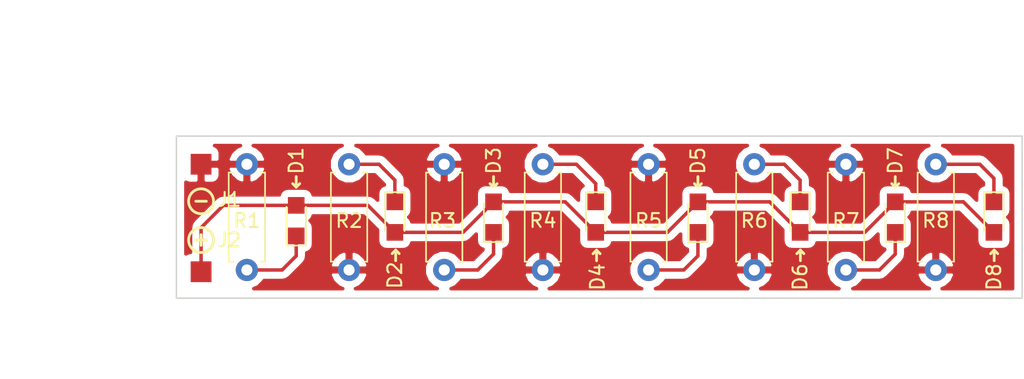
<source format=kicad_pcb>
(kicad_pcb (version 20170123) (host pcbnew no-vcs-found-9c2ebf3~58~ubuntu16.04.1)

  (general
    (links 24)
    (no_connects 7)
    (area 136.272 73.5 210.362001 102.313001)
    (thickness 1.6)
    (drawings 36)
    (tracks 41)
    (zones 0)
    (modules 18)
    (nets 11)
  )

  (page A4)
  (layers
    (0 F.Cu signal)
    (31 B.Cu signal)
    (32 B.Adhes user)
    (33 F.Adhes user)
    (34 B.Paste user)
    (35 F.Paste user)
    (36 B.SilkS user)
    (37 F.SilkS user)
    (38 B.Mask user)
    (39 F.Mask user)
    (40 Dwgs.User user)
    (41 Cmts.User user)
    (42 Eco1.User user)
    (43 Eco2.User user)
    (44 Edge.Cuts user)
    (45 Margin user)
    (46 B.CrtYd user)
    (47 F.CrtYd user)
    (48 B.Fab user)
    (49 F.Fab user)
  )

  (setup
    (last_trace_width 0.25)
    (trace_clearance 0.2)
    (zone_clearance 0.508)
    (zone_45_only no)
    (trace_min 0.2)
    (segment_width 0.2)
    (edge_width 0.1)
    (via_size 0.6)
    (via_drill 0.4)
    (via_min_size 0.4)
    (via_min_drill 0.3)
    (uvia_size 0.3)
    (uvia_drill 0.1)
    (uvias_allowed no)
    (uvia_min_size 0.2)
    (uvia_min_drill 0.1)
    (pcb_text_width 0.3)
    (pcb_text_size 1.5 1.5)
    (mod_edge_width 0.15)
    (mod_text_size 1 1)
    (mod_text_width 0.15)
    (pad_size 1.5 1.5)
    (pad_drill 0.6)
    (pad_to_mask_clearance 0.02)
    (aux_axis_origin 173.228 68.58)
    (visible_elements FFFDFF7F)
    (pcbplotparams
      (layerselection 0x00020_7fffffff)
      (usegerberextensions false)
      (excludeedgelayer true)
      (linewidth 0.100000)
      (plotframeref false)
      (viasonmask false)
      (mode 1)
      (useauxorigin false)
      (hpglpennumber 1)
      (hpglpenspeed 20)
      (hpglpendiameter 15)
      (psnegative false)
      (psa4output false)
      (plotreference true)
      (plotvalue true)
      (plotinvisibletext false)
      (padsonsilk false)
      (subtractmaskfromsilk false)
      (outputformat 3)
      (mirror false)
      (drillshape 0)
      (scaleselection 1)
      (outputdirectory ""))
  )

  (net 0 "")
  (net 1 "Net-(D1-Pad1)")
  (net 2 "Net-(D2-Pad1)")
  (net 3 "Net-(D3-Pad1)")
  (net 4 "Net-(D4-Pad1)")
  (net 5 "Net-(D5-Pad1)")
  (net 6 "Net-(D6-Pad1)")
  (net 7 "Net-(D7-Pad1)")
  (net 8 "Net-(D8-Pad1)")
  (net 9 GNDREF)
  (net 10 /C)

  (net_class Default "This is the default net class."
    (clearance 0.2)
    (trace_width 0.25)
    (via_dia 0.6)
    (via_drill 0.4)
    (uvia_dia 0.3)
    (uvia_drill 0.1)
    (add_net /C)
    (add_net GNDREF)
    (add_net "Net-(D1-Pad1)")
    (add_net "Net-(D2-Pad1)")
    (add_net "Net-(D3-Pad1)")
    (add_net "Net-(D4-Pad1)")
    (add_net "Net-(D5-Pad1)")
    (add_net "Net-(D6-Pad1)")
    (add_net "Net-(D7-Pad1)")
    (add_net "Net-(D8-Pad1)")
  )

  (module Resistors_THT:R_Axial_DIN0207_L6.3mm_D2.5mm_P7.62mm_Horizontal (layer F.Cu) (tedit 5874F706) (tstamp 58E1FC58)
    (at 154.432 92.456 90)
    (descr "Resistor, Axial_DIN0207 series, Axial, Horizontal, pin pitch=7.62mm, 0.25W = 1/4W, length*diameter=6.3*2.5mm^2, http://cdn-reichelt.de/documents/datenblatt/B400/1_4W%23YAG.pdf")
    (tags "Resistor Axial_DIN0207 series Axial Horizontal pin pitch 7.62mm 0.25W = 1/4W length 6.3mm diameter 2.5mm")
    (path /58DF6766)
    (fp_text reference R1 (at 3.556 0 180) (layer F.SilkS)
      (effects (font (size 1 1) (thickness 0.15)))
    )
    (fp_text value 37 (at 3.81 2.31 90) (layer F.Fab)
      (effects (font (size 1 1) (thickness 0.15)))
    )
    (fp_line (start 0.66 -1.25) (end 0.66 1.25) (layer F.Fab) (width 0.1))
    (fp_line (start 0.66 1.25) (end 6.96 1.25) (layer F.Fab) (width 0.1))
    (fp_line (start 6.96 1.25) (end 6.96 -1.25) (layer F.Fab) (width 0.1))
    (fp_line (start 6.96 -1.25) (end 0.66 -1.25) (layer F.Fab) (width 0.1))
    (fp_line (start 0 0) (end 0.66 0) (layer F.Fab) (width 0.1))
    (fp_line (start 7.62 0) (end 6.96 0) (layer F.Fab) (width 0.1))
    (fp_line (start 0.6 -0.98) (end 0.6 -1.31) (layer F.SilkS) (width 0.12))
    (fp_line (start 0.6 -1.31) (end 7.02 -1.31) (layer F.SilkS) (width 0.12))
    (fp_line (start 7.02 -1.31) (end 7.02 -0.98) (layer F.SilkS) (width 0.12))
    (fp_line (start 0.6 0.98) (end 0.6 1.31) (layer F.SilkS) (width 0.12))
    (fp_line (start 0.6 1.31) (end 7.02 1.31) (layer F.SilkS) (width 0.12))
    (fp_line (start 7.02 1.31) (end 7.02 0.98) (layer F.SilkS) (width 0.12))
    (fp_line (start -1.05 -1.6) (end -1.05 1.6) (layer F.CrtYd) (width 0.05))
    (fp_line (start -1.05 1.6) (end 8.7 1.6) (layer F.CrtYd) (width 0.05))
    (fp_line (start 8.7 1.6) (end 8.7 -1.6) (layer F.CrtYd) (width 0.05))
    (fp_line (start 8.7 -1.6) (end -1.05 -1.6) (layer F.CrtYd) (width 0.05))
    (pad 1 thru_hole circle (at 0 0 90) (size 1.6 1.6) (drill 0.8) (layers *.Cu *.Mask)
      (net 1 "Net-(D1-Pad1)"))
    (pad 2 thru_hole oval (at 7.62 0 90) (size 1.6 1.6) (drill 0.8) (layers *.Cu *.Mask)
      (net 9 GNDREF))
    (model Resistors_THT.3dshapes/R_Axial_DIN0207_L6.3mm_D2.5mm_P7.62mm_Horizontal.wrl
      (at (xyz 0 0 0))
      (scale (xyz 0.393701 0.393701 0.393701))
      (rotate (xyz 0 0 0))
    )
  )

  (module LEDs:LED_0805 (layer F.Cu) (tedit 57FE93EC) (tstamp 58E1FC1E)
    (at 157.988 88.9 90)
    (descr "LED 0805 smd package")
    (tags "LED led 0805 SMD smd SMT smt smdled SMDLED smtled SMTLED")
    (path /58DE35E1)
    (attr smd)
    (fp_text reference D1 (at 4.318 0 90) (layer F.SilkS)
      (effects (font (size 1 1) (thickness 0.15)))
    )
    (fp_text value LED (at -3.175 1.143 90) (layer F.Fab)
      (effects (font (size 1 1) (thickness 0.15)))
    )
    (fp_line (start -1.8 -0.7) (end -1.8 0.7) (layer F.SilkS) (width 0.12))
    (fp_line (start -0.4 -0.4) (end -0.4 0.4) (layer F.Fab) (width 0.1))
    (fp_line (start -0.4 0) (end 0.2 -0.4) (layer F.Fab) (width 0.1))
    (fp_line (start 0.2 0.4) (end -0.4 0) (layer F.Fab) (width 0.1))
    (fp_line (start 0.2 -0.4) (end 0.2 0.4) (layer F.Fab) (width 0.1))
    (fp_line (start 1 0.6) (end -1 0.6) (layer F.Fab) (width 0.1))
    (fp_line (start 1 -0.6) (end 1 0.6) (layer F.Fab) (width 0.1))
    (fp_line (start -1 -0.6) (end 1 -0.6) (layer F.Fab) (width 0.1))
    (fp_line (start -1 0.6) (end -1 -0.6) (layer F.Fab) (width 0.1))
    (fp_line (start -1.8 0.7) (end 1 0.7) (layer F.SilkS) (width 0.12))
    (fp_line (start -1.8 -0.7) (end 1 -0.7) (layer F.SilkS) (width 0.12))
    (fp_line (start 1.95 -0.85) (end 1.95 0.85) (layer F.CrtYd) (width 0.05))
    (fp_line (start 1.95 0.85) (end -1.95 0.85) (layer F.CrtYd) (width 0.05))
    (fp_line (start -1.95 0.85) (end -1.95 -0.85) (layer F.CrtYd) (width 0.05))
    (fp_line (start -1.95 -0.85) (end 1.95 -0.85) (layer F.CrtYd) (width 0.05))
    (pad 2 smd rect (at 1.1 0 270) (size 1.2 1.2) (layers F.Cu F.Paste F.Mask)
      (net 10 /C))
    (pad 1 smd rect (at -1.1 0 270) (size 1.2 1.2) (layers F.Cu F.Paste F.Mask)
      (net 1 "Net-(D1-Pad1)"))
    (model LEDs.3dshapes/LED_0805.wrl
      (at (xyz 0 0 0))
      (scale (xyz 1 1 1))
      (rotate (xyz 0 0 180))
    )
  )

  (module LEDs:LED_0805 (layer F.Cu) (tedit 58E22B5D) (tstamp 58E1FC24)
    (at 165.1 88.646 270)
    (descr "LED 0805 smd package")
    (tags "LED led 0805 SMD smd SMT smt smdled SMDLED smtled SMTLED")
    (path /58DE3707)
    (attr smd)
    (fp_text reference D2 (at 4.191 0 270) (layer F.SilkS)
      (effects (font (size 1 1) (thickness 0.15)))
    )
    (fp_text value LED (at 0 1.55 270) (layer F.Fab) hide
      (effects (font (size 1 1) (thickness 0.15)))
    )
    (fp_line (start -1.8 -0.7) (end -1.8 0.7) (layer F.SilkS) (width 0.12))
    (fp_line (start -0.4 -0.4) (end -0.4 0.4) (layer F.Fab) (width 0.1))
    (fp_line (start -0.4 0) (end 0.2 -0.4) (layer F.Fab) (width 0.1))
    (fp_line (start 0.2 0.4) (end -0.4 0) (layer F.Fab) (width 0.1))
    (fp_line (start 0.2 -0.4) (end 0.2 0.4) (layer F.Fab) (width 0.1))
    (fp_line (start 1 0.6) (end -1 0.6) (layer F.Fab) (width 0.1))
    (fp_line (start 1 -0.6) (end 1 0.6) (layer F.Fab) (width 0.1))
    (fp_line (start -1 -0.6) (end 1 -0.6) (layer F.Fab) (width 0.1))
    (fp_line (start -1 0.6) (end -1 -0.6) (layer F.Fab) (width 0.1))
    (fp_line (start -1.8 0.7) (end 1 0.7) (layer F.SilkS) (width 0.12))
    (fp_line (start -1.8 -0.7) (end 1 -0.7) (layer F.SilkS) (width 0.12))
    (fp_line (start 1.95 -0.85) (end 1.95 0.85) (layer F.CrtYd) (width 0.05))
    (fp_line (start 1.95 0.85) (end -1.95 0.85) (layer F.CrtYd) (width 0.05))
    (fp_line (start -1.95 0.85) (end -1.95 -0.85) (layer F.CrtYd) (width 0.05))
    (fp_line (start -1.95 -0.85) (end 1.95 -0.85) (layer F.CrtYd) (width 0.05))
    (pad 2 smd rect (at 1.1 0 90) (size 1.2 1.2) (layers F.Cu F.Paste F.Mask)
      (net 10 /C))
    (pad 1 smd rect (at -1.1 0 90) (size 1.2 1.2) (layers F.Cu F.Paste F.Mask)
      (net 2 "Net-(D2-Pad1)"))
    (model LEDs.3dshapes/LED_0805.wrl
      (at (xyz 0 0 0))
      (scale (xyz 1 1 1))
      (rotate (xyz 0 0 180))
    )
  )

  (module LEDs:LED_0805 (layer F.Cu) (tedit 58E22BA3) (tstamp 58E1FC2A)
    (at 172.212 88.646 90)
    (descr "LED 0805 smd package")
    (tags "LED led 0805 SMD smd SMT smt smdled SMDLED smtled SMTLED")
    (path /58DE3788)
    (attr smd)
    (fp_text reference D3 (at 4.064 0 90) (layer F.SilkS)
      (effects (font (size 1 1) (thickness 0.15)))
    )
    (fp_text value LED (at 0 1.55 90) (layer F.Fab) hide
      (effects (font (size 1 1) (thickness 0.15)))
    )
    (fp_line (start -1.8 -0.7) (end -1.8 0.7) (layer F.SilkS) (width 0.12))
    (fp_line (start -0.4 -0.4) (end -0.4 0.4) (layer F.Fab) (width 0.1))
    (fp_line (start -0.4 0) (end 0.2 -0.4) (layer F.Fab) (width 0.1))
    (fp_line (start 0.2 0.4) (end -0.4 0) (layer F.Fab) (width 0.1))
    (fp_line (start 0.2 -0.4) (end 0.2 0.4) (layer F.Fab) (width 0.1))
    (fp_line (start 1 0.6) (end -1 0.6) (layer F.Fab) (width 0.1))
    (fp_line (start 1 -0.6) (end 1 0.6) (layer F.Fab) (width 0.1))
    (fp_line (start -1 -0.6) (end 1 -0.6) (layer F.Fab) (width 0.1))
    (fp_line (start -1 0.6) (end -1 -0.6) (layer F.Fab) (width 0.1))
    (fp_line (start -1.8 0.7) (end 1 0.7) (layer F.SilkS) (width 0.12))
    (fp_line (start -1.8 -0.7) (end 1 -0.7) (layer F.SilkS) (width 0.12))
    (fp_line (start 1.95 -0.85) (end 1.95 0.85) (layer F.CrtYd) (width 0.05))
    (fp_line (start 1.95 0.85) (end -1.95 0.85) (layer F.CrtYd) (width 0.05))
    (fp_line (start -1.95 0.85) (end -1.95 -0.85) (layer F.CrtYd) (width 0.05))
    (fp_line (start -1.95 -0.85) (end 1.95 -0.85) (layer F.CrtYd) (width 0.05))
    (pad 2 smd rect (at 1.1 0 270) (size 1.2 1.2) (layers F.Cu F.Paste F.Mask)
      (net 10 /C))
    (pad 1 smd rect (at -1.1 0 270) (size 1.2 1.2) (layers F.Cu F.Paste F.Mask)
      (net 3 "Net-(D3-Pad1)"))
    (model LEDs.3dshapes/LED_0805.wrl
      (at (xyz 0 0 0))
      (scale (xyz 1 1 1))
      (rotate (xyz 0 0 180))
    )
  )

  (module LEDs:LED_0805 (layer F.Cu) (tedit 58E22BB9) (tstamp 58E1FC30)
    (at 179.578 88.646 270)
    (descr "LED 0805 smd package")
    (tags "LED led 0805 SMD smd SMT smt smdled SMDLED smtled SMTLED")
    (path /58DE378E)
    (attr smd)
    (fp_text reference D4 (at 4.318 -0.127 270) (layer F.SilkS)
      (effects (font (size 1 1) (thickness 0.15)))
    )
    (fp_text value LED (at 0 1.55 270) (layer F.Fab) hide
      (effects (font (size 1 1) (thickness 0.15)))
    )
    (fp_line (start -1.8 -0.7) (end -1.8 0.7) (layer F.SilkS) (width 0.12))
    (fp_line (start -0.4 -0.4) (end -0.4 0.4) (layer F.Fab) (width 0.1))
    (fp_line (start -0.4 0) (end 0.2 -0.4) (layer F.Fab) (width 0.1))
    (fp_line (start 0.2 0.4) (end -0.4 0) (layer F.Fab) (width 0.1))
    (fp_line (start 0.2 -0.4) (end 0.2 0.4) (layer F.Fab) (width 0.1))
    (fp_line (start 1 0.6) (end -1 0.6) (layer F.Fab) (width 0.1))
    (fp_line (start 1 -0.6) (end 1 0.6) (layer F.Fab) (width 0.1))
    (fp_line (start -1 -0.6) (end 1 -0.6) (layer F.Fab) (width 0.1))
    (fp_line (start -1 0.6) (end -1 -0.6) (layer F.Fab) (width 0.1))
    (fp_line (start -1.8 0.7) (end 1 0.7) (layer F.SilkS) (width 0.12))
    (fp_line (start -1.8 -0.7) (end 1 -0.7) (layer F.SilkS) (width 0.12))
    (fp_line (start 1.95 -0.85) (end 1.95 0.85) (layer F.CrtYd) (width 0.05))
    (fp_line (start 1.95 0.85) (end -1.95 0.85) (layer F.CrtYd) (width 0.05))
    (fp_line (start -1.95 0.85) (end -1.95 -0.85) (layer F.CrtYd) (width 0.05))
    (fp_line (start -1.95 -0.85) (end 1.95 -0.85) (layer F.CrtYd) (width 0.05))
    (pad 2 smd rect (at 1.1 0 90) (size 1.2 1.2) (layers F.Cu F.Paste F.Mask)
      (net 10 /C))
    (pad 1 smd rect (at -1.1 0 90) (size 1.2 1.2) (layers F.Cu F.Paste F.Mask)
      (net 4 "Net-(D4-Pad1)"))
    (model LEDs.3dshapes/LED_0805.wrl
      (at (xyz 0 0 0))
      (scale (xyz 1 1 1))
      (rotate (xyz 0 0 180))
    )
  )

  (module LEDs:LED_0805 (layer F.Cu) (tedit 58E22C00) (tstamp 58E1FC36)
    (at 186.944 88.646 90)
    (descr "LED 0805 smd package")
    (tags "LED led 0805 SMD smd SMT smt smdled SMDLED smtled SMTLED")
    (path /58DE38CC)
    (attr smd)
    (fp_text reference D5 (at 4.064 0 90) (layer F.SilkS)
      (effects (font (size 1 1) (thickness 0.15)))
    )
    (fp_text value LED (at 0 1.55 90) (layer F.Fab) hide
      (effects (font (size 1 1) (thickness 0.15)))
    )
    (fp_line (start -1.8 -0.7) (end -1.8 0.7) (layer F.SilkS) (width 0.12))
    (fp_line (start -0.4 -0.4) (end -0.4 0.4) (layer F.Fab) (width 0.1))
    (fp_line (start -0.4 0) (end 0.2 -0.4) (layer F.Fab) (width 0.1))
    (fp_line (start 0.2 0.4) (end -0.4 0) (layer F.Fab) (width 0.1))
    (fp_line (start 0.2 -0.4) (end 0.2 0.4) (layer F.Fab) (width 0.1))
    (fp_line (start 1 0.6) (end -1 0.6) (layer F.Fab) (width 0.1))
    (fp_line (start 1 -0.6) (end 1 0.6) (layer F.Fab) (width 0.1))
    (fp_line (start -1 -0.6) (end 1 -0.6) (layer F.Fab) (width 0.1))
    (fp_line (start -1 0.6) (end -1 -0.6) (layer F.Fab) (width 0.1))
    (fp_line (start -1.8 0.7) (end 1 0.7) (layer F.SilkS) (width 0.12))
    (fp_line (start -1.8 -0.7) (end 1 -0.7) (layer F.SilkS) (width 0.12))
    (fp_line (start 1.95 -0.85) (end 1.95 0.85) (layer F.CrtYd) (width 0.05))
    (fp_line (start 1.95 0.85) (end -1.95 0.85) (layer F.CrtYd) (width 0.05))
    (fp_line (start -1.95 0.85) (end -1.95 -0.85) (layer F.CrtYd) (width 0.05))
    (fp_line (start -1.95 -0.85) (end 1.95 -0.85) (layer F.CrtYd) (width 0.05))
    (pad 2 smd rect (at 1.1 0 270) (size 1.2 1.2) (layers F.Cu F.Paste F.Mask)
      (net 10 /C))
    (pad 1 smd rect (at -1.1 0 270) (size 1.2 1.2) (layers F.Cu F.Paste F.Mask)
      (net 5 "Net-(D5-Pad1)"))
    (model LEDs.3dshapes/LED_0805.wrl
      (at (xyz 0 0 0))
      (scale (xyz 1 1 1))
      (rotate (xyz 0 0 180))
    )
  )

  (module LEDs:LED_0805 (layer F.Cu) (tedit 58E22C08) (tstamp 58E1FC3C)
    (at 194.31 88.646 270)
    (descr "LED 0805 smd package")
    (tags "LED led 0805 SMD smd SMT smt smdled SMDLED smtled SMTLED")
    (path /58DE38D2)
    (attr smd)
    (fp_text reference D6 (at 4.318 0 270) (layer F.SilkS)
      (effects (font (size 1 1) (thickness 0.15)))
    )
    (fp_text value LED (at 0 1.55 270) (layer F.Fab) hide
      (effects (font (size 1 1) (thickness 0.15)))
    )
    (fp_line (start -1.8 -0.7) (end -1.8 0.7) (layer F.SilkS) (width 0.12))
    (fp_line (start -0.4 -0.4) (end -0.4 0.4) (layer F.Fab) (width 0.1))
    (fp_line (start -0.4 0) (end 0.2 -0.4) (layer F.Fab) (width 0.1))
    (fp_line (start 0.2 0.4) (end -0.4 0) (layer F.Fab) (width 0.1))
    (fp_line (start 0.2 -0.4) (end 0.2 0.4) (layer F.Fab) (width 0.1))
    (fp_line (start 1 0.6) (end -1 0.6) (layer F.Fab) (width 0.1))
    (fp_line (start 1 -0.6) (end 1 0.6) (layer F.Fab) (width 0.1))
    (fp_line (start -1 -0.6) (end 1 -0.6) (layer F.Fab) (width 0.1))
    (fp_line (start -1 0.6) (end -1 -0.6) (layer F.Fab) (width 0.1))
    (fp_line (start -1.8 0.7) (end 1 0.7) (layer F.SilkS) (width 0.12))
    (fp_line (start -1.8 -0.7) (end 1 -0.7) (layer F.SilkS) (width 0.12))
    (fp_line (start 1.95 -0.85) (end 1.95 0.85) (layer F.CrtYd) (width 0.05))
    (fp_line (start 1.95 0.85) (end -1.95 0.85) (layer F.CrtYd) (width 0.05))
    (fp_line (start -1.95 0.85) (end -1.95 -0.85) (layer F.CrtYd) (width 0.05))
    (fp_line (start -1.95 -0.85) (end 1.95 -0.85) (layer F.CrtYd) (width 0.05))
    (pad 2 smd rect (at 1.1 0 90) (size 1.2 1.2) (layers F.Cu F.Paste F.Mask)
      (net 10 /C))
    (pad 1 smd rect (at -1.1 0 90) (size 1.2 1.2) (layers F.Cu F.Paste F.Mask)
      (net 6 "Net-(D6-Pad1)"))
    (model LEDs.3dshapes/LED_0805.wrl
      (at (xyz 0 0 0))
      (scale (xyz 1 1 1))
      (rotate (xyz 0 0 180))
    )
  )

  (module LEDs:LED_0805 (layer F.Cu) (tedit 58E22C53) (tstamp 58E1FC42)
    (at 201.168 88.646 90)
    (descr "LED 0805 smd package")
    (tags "LED led 0805 SMD smd SMT smt smdled SMDLED smtled SMTLED")
    (path /58DE38D8)
    (attr smd)
    (fp_text reference D7 (at 4.064 0 90) (layer F.SilkS)
      (effects (font (size 1 1) (thickness 0.15)))
    )
    (fp_text value LED (at 0 1.55 90) (layer F.Fab) hide
      (effects (font (size 1 1) (thickness 0.15)))
    )
    (fp_line (start -1.8 -0.7) (end -1.8 0.7) (layer F.SilkS) (width 0.12))
    (fp_line (start -0.4 -0.4) (end -0.4 0.4) (layer F.Fab) (width 0.1))
    (fp_line (start -0.4 0) (end 0.2 -0.4) (layer F.Fab) (width 0.1))
    (fp_line (start 0.2 0.4) (end -0.4 0) (layer F.Fab) (width 0.1))
    (fp_line (start 0.2 -0.4) (end 0.2 0.4) (layer F.Fab) (width 0.1))
    (fp_line (start 1 0.6) (end -1 0.6) (layer F.Fab) (width 0.1))
    (fp_line (start 1 -0.6) (end 1 0.6) (layer F.Fab) (width 0.1))
    (fp_line (start -1 -0.6) (end 1 -0.6) (layer F.Fab) (width 0.1))
    (fp_line (start -1 0.6) (end -1 -0.6) (layer F.Fab) (width 0.1))
    (fp_line (start -1.8 0.7) (end 1 0.7) (layer F.SilkS) (width 0.12))
    (fp_line (start -1.8 -0.7) (end 1 -0.7) (layer F.SilkS) (width 0.12))
    (fp_line (start 1.95 -0.85) (end 1.95 0.85) (layer F.CrtYd) (width 0.05))
    (fp_line (start 1.95 0.85) (end -1.95 0.85) (layer F.CrtYd) (width 0.05))
    (fp_line (start -1.95 0.85) (end -1.95 -0.85) (layer F.CrtYd) (width 0.05))
    (fp_line (start -1.95 -0.85) (end 1.95 -0.85) (layer F.CrtYd) (width 0.05))
    (pad 2 smd rect (at 1.1 0 270) (size 1.2 1.2) (layers F.Cu F.Paste F.Mask)
      (net 10 /C))
    (pad 1 smd rect (at -1.1 0 270) (size 1.2 1.2) (layers F.Cu F.Paste F.Mask)
      (net 7 "Net-(D7-Pad1)"))
    (model LEDs.3dshapes/LED_0805.wrl
      (at (xyz 0 0 0))
      (scale (xyz 1 1 1))
      (rotate (xyz 0 0 180))
    )
  )

  (module LEDs:LED_0805 (layer F.Cu) (tedit 58E3F45E) (tstamp 58E1FC48)
    (at 208.28 88.646 270)
    (descr "LED 0805 smd package")
    (tags "LED led 0805 SMD smd SMT smt smdled SMDLED smtled SMTLED")
    (path /58DE38DE)
    (attr smd)
    (fp_text reference D8 (at 4.318 0 270) (layer F.SilkS)
      (effects (font (size 1 1) (thickness 0.15)))
    )
    (fp_text value LED (at 0 1.55 270) (layer F.Fab) hide
      (effects (font (size 1 1) (thickness 0.15)))
    )
    (fp_line (start -1.8 -0.7) (end -1.8 0.7) (layer F.SilkS) (width 0.12))
    (fp_line (start -0.4 -0.4) (end -0.4 0.4) (layer F.Fab) (width 0.1))
    (fp_line (start -0.4 0) (end 0.2 -0.4) (layer F.Fab) (width 0.1))
    (fp_line (start 0.2 0.4) (end -0.4 0) (layer F.Fab) (width 0.1))
    (fp_line (start 0.2 -0.4) (end 0.2 0.4) (layer F.Fab) (width 0.1))
    (fp_line (start 1 0.6) (end -1 0.6) (layer F.Fab) (width 0.1))
    (fp_line (start 1 -0.6) (end 1 0.6) (layer F.Fab) (width 0.1))
    (fp_line (start -1 -0.6) (end 1 -0.6) (layer F.Fab) (width 0.1))
    (fp_line (start -1 0.6) (end -1 -0.6) (layer F.Fab) (width 0.1))
    (fp_line (start -1.8 0.7) (end 1 0.7) (layer F.SilkS) (width 0.12))
    (fp_line (start -1.8 -0.7) (end 1 -0.7) (layer F.SilkS) (width 0.12))
    (fp_line (start 1.95 -0.85) (end 1.95 0.85) (layer F.CrtYd) (width 0.05))
    (fp_line (start 1.95 0.85) (end -1.95 0.85) (layer F.CrtYd) (width 0.05))
    (fp_line (start -1.95 0.85) (end -1.95 -0.85) (layer F.CrtYd) (width 0.05))
    (fp_line (start -1.95 -0.85) (end 1.95 -0.85) (layer F.CrtYd) (width 0.05))
    (pad 2 smd rect (at 1.1 0 90) (size 1.2 1.2) (layers F.Cu F.Paste F.Mask)
      (net 10 /C))
    (pad 1 smd rect (at -1.1 0 90) (size 1.2 1.2) (layers F.Cu F.Paste F.Mask)
      (net 8 "Net-(D8-Pad1)"))
    (model LEDs.3dshapes/LED_0805.wrl
      (at (xyz 0 0 0))
      (scale (xyz 1 1 1))
      (rotate (xyz 0 0 180))
    )
  )

  (module Measurement_Points:Measurement_Point_Square-SMD-Pad_Small (layer F.Cu) (tedit 58E40351) (tstamp 58E1FC4D)
    (at 151.13 84.836)
    (descr "Mesurement Point, Square, SMD Pad,  1.5mm x 1.5mm,")
    (tags "Mesurement Point Square SMD Pad 1.5x1.5mm")
    (path /58DF58BA)
    (attr virtual)
    (fp_text reference J1 (at 2.032 2.54 180) (layer F.SilkS)
      (effects (font (size 1 1) (thickness 0.15)))
    )
    (fp_text value Rows (at 0 2) (layer F.Fab)
      (effects (font (size 1 1) (thickness 0.15)))
    )
    (fp_line (start -1 -1) (end 1 -1) (layer F.CrtYd) (width 0.05))
    (fp_line (start 1 -1) (end 1 1) (layer F.CrtYd) (width 0.05))
    (fp_line (start 1 1) (end -1 1) (layer F.CrtYd) (width 0.05))
    (fp_line (start -1 1) (end -1 -1) (layer F.CrtYd) (width 0.05))
    (pad 1 smd rect (at 0 0) (size 1.5 1.5) (layers F.Cu F.Mask)
      (net 9 GNDREF))
  )

  (module Measurement_Points:Measurement_Point_Square-SMD-Pad_Small (layer F.Cu) (tedit 58E40357) (tstamp 58E1FC52)
    (at 151.13 92.583)
    (descr "Mesurement Point, Square, SMD Pad,  1.5mm x 1.5mm,")
    (tags "Mesurement Point Square SMD Pad 1.5x1.5mm")
    (path /58DF592F)
    (attr virtual)
    (fp_text reference J2 (at 2.032 -2.286) (layer F.SilkS)
      (effects (font (size 1 1) (thickness 0.15)))
    )
    (fp_text value Columns (at 0 2) (layer F.Fab) hide
      (effects (font (size 1 1) (thickness 0.15)))
    )
    (fp_line (start -1 -1) (end 1 -1) (layer F.CrtYd) (width 0.05))
    (fp_line (start 1 -1) (end 1 1) (layer F.CrtYd) (width 0.05))
    (fp_line (start 1 1) (end -1 1) (layer F.CrtYd) (width 0.05))
    (fp_line (start -1 1) (end -1 -1) (layer F.CrtYd) (width 0.05))
    (pad 1 smd rect (at 0 0) (size 1.5 1.5) (layers F.Cu F.Mask)
      (net 10 /C))
  )

  (module Resistors_THT:R_Axial_DIN0207_L6.3mm_D2.5mm_P7.62mm_Horizontal (layer F.Cu) (tedit 5874F706) (tstamp 58E1FC5E)
    (at 161.798 84.836 270)
    (descr "Resistor, Axial_DIN0207 series, Axial, Horizontal, pin pitch=7.62mm, 0.25W = 1/4W, length*diameter=6.3*2.5mm^2, http://cdn-reichelt.de/documents/datenblatt/B400/1_4W%23YAG.pdf")
    (tags "Resistor Axial_DIN0207 series Axial Horizontal pin pitch 7.62mm 0.25W = 1/4W length 6.3mm diameter 2.5mm")
    (path /58DF6ACF)
    (fp_text reference R2 (at 4.064 0) (layer F.SilkS)
      (effects (font (size 1 1) (thickness 0.15)))
    )
    (fp_text value 37 (at 3.81 2.31 270) (layer F.Fab) hide
      (effects (font (size 1 1) (thickness 0.15)))
    )
    (fp_line (start 0.66 -1.25) (end 0.66 1.25) (layer F.Fab) (width 0.1))
    (fp_line (start 0.66 1.25) (end 6.96 1.25) (layer F.Fab) (width 0.1))
    (fp_line (start 6.96 1.25) (end 6.96 -1.25) (layer F.Fab) (width 0.1))
    (fp_line (start 6.96 -1.25) (end 0.66 -1.25) (layer F.Fab) (width 0.1))
    (fp_line (start 0 0) (end 0.66 0) (layer F.Fab) (width 0.1))
    (fp_line (start 7.62 0) (end 6.96 0) (layer F.Fab) (width 0.1))
    (fp_line (start 0.6 -0.98) (end 0.6 -1.31) (layer F.SilkS) (width 0.12))
    (fp_line (start 0.6 -1.31) (end 7.02 -1.31) (layer F.SilkS) (width 0.12))
    (fp_line (start 7.02 -1.31) (end 7.02 -0.98) (layer F.SilkS) (width 0.12))
    (fp_line (start 0.6 0.98) (end 0.6 1.31) (layer F.SilkS) (width 0.12))
    (fp_line (start 0.6 1.31) (end 7.02 1.31) (layer F.SilkS) (width 0.12))
    (fp_line (start 7.02 1.31) (end 7.02 0.98) (layer F.SilkS) (width 0.12))
    (fp_line (start -1.05 -1.6) (end -1.05 1.6) (layer F.CrtYd) (width 0.05))
    (fp_line (start -1.05 1.6) (end 8.7 1.6) (layer F.CrtYd) (width 0.05))
    (fp_line (start 8.7 1.6) (end 8.7 -1.6) (layer F.CrtYd) (width 0.05))
    (fp_line (start 8.7 -1.6) (end -1.05 -1.6) (layer F.CrtYd) (width 0.05))
    (pad 1 thru_hole circle (at 0 0 270) (size 1.6 1.6) (drill 0.8) (layers *.Cu *.Mask)
      (net 2 "Net-(D2-Pad1)"))
    (pad 2 thru_hole oval (at 7.62 0 270) (size 1.6 1.6) (drill 0.8) (layers *.Cu *.Mask)
      (net 9 GNDREF))
    (model Resistors_THT.3dshapes/R_Axial_DIN0207_L6.3mm_D2.5mm_P7.62mm_Horizontal.wrl
      (at (xyz 0 0 0))
      (scale (xyz 0.393701 0.393701 0.393701))
      (rotate (xyz 0 0 0))
    )
  )

  (module Resistors_THT:R_Axial_DIN0207_L6.3mm_D2.5mm_P7.62mm_Horizontal (layer F.Cu) (tedit 58E22B80) (tstamp 58E1FC64)
    (at 168.656 92.456 90)
    (descr "Resistor, Axial_DIN0207 series, Axial, Horizontal, pin pitch=7.62mm, 0.25W = 1/4W, length*diameter=6.3*2.5mm^2, http://cdn-reichelt.de/documents/datenblatt/B400/1_4W%23YAG.pdf")
    (tags "Resistor Axial_DIN0207 series Axial Horizontal pin pitch 7.62mm 0.25W = 1/4W length 6.3mm diameter 2.5mm")
    (path /58DF73C1)
    (fp_text reference R3 (at 3.556 -0.127 180) (layer F.SilkS)
      (effects (font (size 1 1) (thickness 0.15)))
    )
    (fp_text value 37 (at 3.81 2.31 90) (layer F.Fab) hide
      (effects (font (size 1 1) (thickness 0.15)))
    )
    (fp_line (start 0.66 -1.25) (end 0.66 1.25) (layer F.Fab) (width 0.1))
    (fp_line (start 0.66 1.25) (end 6.96 1.25) (layer F.Fab) (width 0.1))
    (fp_line (start 6.96 1.25) (end 6.96 -1.25) (layer F.Fab) (width 0.1))
    (fp_line (start 6.96 -1.25) (end 0.66 -1.25) (layer F.Fab) (width 0.1))
    (fp_line (start 0 0) (end 0.66 0) (layer F.Fab) (width 0.1))
    (fp_line (start 7.62 0) (end 6.96 0) (layer F.Fab) (width 0.1))
    (fp_line (start 0.6 -0.98) (end 0.6 -1.31) (layer F.SilkS) (width 0.12))
    (fp_line (start 0.6 -1.31) (end 7.02 -1.31) (layer F.SilkS) (width 0.12))
    (fp_line (start 7.02 -1.31) (end 7.02 -0.98) (layer F.SilkS) (width 0.12))
    (fp_line (start 0.6 0.98) (end 0.6 1.31) (layer F.SilkS) (width 0.12))
    (fp_line (start 0.6 1.31) (end 7.02 1.31) (layer F.SilkS) (width 0.12))
    (fp_line (start 7.02 1.31) (end 7.02 0.98) (layer F.SilkS) (width 0.12))
    (fp_line (start -1.05 -1.6) (end -1.05 1.6) (layer F.CrtYd) (width 0.05))
    (fp_line (start -1.05 1.6) (end 8.7 1.6) (layer F.CrtYd) (width 0.05))
    (fp_line (start 8.7 1.6) (end 8.7 -1.6) (layer F.CrtYd) (width 0.05))
    (fp_line (start 8.7 -1.6) (end -1.05 -1.6) (layer F.CrtYd) (width 0.05))
    (pad 1 thru_hole circle (at 0 0 90) (size 1.6 1.6) (drill 0.8) (layers *.Cu *.Mask)
      (net 3 "Net-(D3-Pad1)"))
    (pad 2 thru_hole oval (at 7.62 0 90) (size 1.6 1.6) (drill 0.8) (layers *.Cu *.Mask)
      (net 9 GNDREF))
    (model Resistors_THT.3dshapes/R_Axial_DIN0207_L6.3mm_D2.5mm_P7.62mm_Horizontal.wrl
      (at (xyz 0 0 0))
      (scale (xyz 0.393701 0.393701 0.393701))
      (rotate (xyz 0 0 0))
    )
  )

  (module Resistors_THT:R_Axial_DIN0207_L6.3mm_D2.5mm_P7.62mm_Horizontal (layer F.Cu) (tedit 58E22BBE) (tstamp 58E1FC6A)
    (at 175.768 84.836 270)
    (descr "Resistor, Axial_DIN0207 series, Axial, Horizontal, pin pitch=7.62mm, 0.25W = 1/4W, length*diameter=6.3*2.5mm^2, http://cdn-reichelt.de/documents/datenblatt/B400/1_4W%23YAG.pdf")
    (tags "Resistor Axial_DIN0207 series Axial Horizontal pin pitch 7.62mm 0.25W = 1/4W length 6.3mm diameter 2.5mm")
    (path /58DF73C7)
    (fp_text reference R4 (at 4.064 0) (layer F.SilkS)
      (effects (font (size 1 1) (thickness 0.15)))
    )
    (fp_text value 37 (at 3.81 2.31 270) (layer F.Fab) hide
      (effects (font (size 1 1) (thickness 0.15)))
    )
    (fp_line (start 0.66 -1.25) (end 0.66 1.25) (layer F.Fab) (width 0.1))
    (fp_line (start 0.66 1.25) (end 6.96 1.25) (layer F.Fab) (width 0.1))
    (fp_line (start 6.96 1.25) (end 6.96 -1.25) (layer F.Fab) (width 0.1))
    (fp_line (start 6.96 -1.25) (end 0.66 -1.25) (layer F.Fab) (width 0.1))
    (fp_line (start 0 0) (end 0.66 0) (layer F.Fab) (width 0.1))
    (fp_line (start 7.62 0) (end 6.96 0) (layer F.Fab) (width 0.1))
    (fp_line (start 0.6 -0.98) (end 0.6 -1.31) (layer F.SilkS) (width 0.12))
    (fp_line (start 0.6 -1.31) (end 7.02 -1.31) (layer F.SilkS) (width 0.12))
    (fp_line (start 7.02 -1.31) (end 7.02 -0.98) (layer F.SilkS) (width 0.12))
    (fp_line (start 0.6 0.98) (end 0.6 1.31) (layer F.SilkS) (width 0.12))
    (fp_line (start 0.6 1.31) (end 7.02 1.31) (layer F.SilkS) (width 0.12))
    (fp_line (start 7.02 1.31) (end 7.02 0.98) (layer F.SilkS) (width 0.12))
    (fp_line (start -1.05 -1.6) (end -1.05 1.6) (layer F.CrtYd) (width 0.05))
    (fp_line (start -1.05 1.6) (end 8.7 1.6) (layer F.CrtYd) (width 0.05))
    (fp_line (start 8.7 1.6) (end 8.7 -1.6) (layer F.CrtYd) (width 0.05))
    (fp_line (start 8.7 -1.6) (end -1.05 -1.6) (layer F.CrtYd) (width 0.05))
    (pad 1 thru_hole circle (at 0 0 270) (size 1.6 1.6) (drill 0.8) (layers *.Cu *.Mask)
      (net 4 "Net-(D4-Pad1)"))
    (pad 2 thru_hole oval (at 7.62 0 270) (size 1.6 1.6) (drill 0.8) (layers *.Cu *.Mask)
      (net 9 GNDREF))
    (model Resistors_THT.3dshapes/R_Axial_DIN0207_L6.3mm_D2.5mm_P7.62mm_Horizontal.wrl
      (at (xyz 0 0 0))
      (scale (xyz 0.393701 0.393701 0.393701))
      (rotate (xyz 0 0 0))
    )
  )

  (module Resistors_THT:R_Axial_DIN0207_L6.3mm_D2.5mm_P7.62mm_Horizontal (layer F.Cu) (tedit 58E22BEE) (tstamp 58E1FC70)
    (at 183.388 92.456 90)
    (descr "Resistor, Axial_DIN0207 series, Axial, Horizontal, pin pitch=7.62mm, 0.25W = 1/4W, length*diameter=6.3*2.5mm^2, http://cdn-reichelt.de/documents/datenblatt/B400/1_4W%23YAG.pdf")
    (tags "Resistor Axial_DIN0207 series Axial Horizontal pin pitch 7.62mm 0.25W = 1/4W length 6.3mm diameter 2.5mm")
    (path /58DF74D9)
    (fp_text reference R5 (at 3.556 0 180) (layer F.SilkS)
      (effects (font (size 1 1) (thickness 0.15)))
    )
    (fp_text value 37 (at 3.81 2.31 90) (layer F.Fab) hide
      (effects (font (size 1 1) (thickness 0.15)))
    )
    (fp_line (start 0.66 -1.25) (end 0.66 1.25) (layer F.Fab) (width 0.1))
    (fp_line (start 0.66 1.25) (end 6.96 1.25) (layer F.Fab) (width 0.1))
    (fp_line (start 6.96 1.25) (end 6.96 -1.25) (layer F.Fab) (width 0.1))
    (fp_line (start 6.96 -1.25) (end 0.66 -1.25) (layer F.Fab) (width 0.1))
    (fp_line (start 0 0) (end 0.66 0) (layer F.Fab) (width 0.1))
    (fp_line (start 7.62 0) (end 6.96 0) (layer F.Fab) (width 0.1))
    (fp_line (start 0.6 -0.98) (end 0.6 -1.31) (layer F.SilkS) (width 0.12))
    (fp_line (start 0.6 -1.31) (end 7.02 -1.31) (layer F.SilkS) (width 0.12))
    (fp_line (start 7.02 -1.31) (end 7.02 -0.98) (layer F.SilkS) (width 0.12))
    (fp_line (start 0.6 0.98) (end 0.6 1.31) (layer F.SilkS) (width 0.12))
    (fp_line (start 0.6 1.31) (end 7.02 1.31) (layer F.SilkS) (width 0.12))
    (fp_line (start 7.02 1.31) (end 7.02 0.98) (layer F.SilkS) (width 0.12))
    (fp_line (start -1.05 -1.6) (end -1.05 1.6) (layer F.CrtYd) (width 0.05))
    (fp_line (start -1.05 1.6) (end 8.7 1.6) (layer F.CrtYd) (width 0.05))
    (fp_line (start 8.7 1.6) (end 8.7 -1.6) (layer F.CrtYd) (width 0.05))
    (fp_line (start 8.7 -1.6) (end -1.05 -1.6) (layer F.CrtYd) (width 0.05))
    (pad 1 thru_hole circle (at 0 0 90) (size 1.6 1.6) (drill 0.8) (layers *.Cu *.Mask)
      (net 5 "Net-(D5-Pad1)"))
    (pad 2 thru_hole oval (at 7.62 0 90) (size 1.6 1.6) (drill 0.8) (layers *.Cu *.Mask)
      (net 9 GNDREF))
    (model Resistors_THT.3dshapes/R_Axial_DIN0207_L6.3mm_D2.5mm_P7.62mm_Horizontal.wrl
      (at (xyz 0 0 0))
      (scale (xyz 0.393701 0.393701 0.393701))
      (rotate (xyz 0 0 0))
    )
  )

  (module Resistors_THT:R_Axial_DIN0207_L6.3mm_D2.5mm_P7.62mm_Horizontal (layer F.Cu) (tedit 58E22C0D) (tstamp 58E1FC76)
    (at 191.008 84.836 270)
    (descr "Resistor, Axial_DIN0207 series, Axial, Horizontal, pin pitch=7.62mm, 0.25W = 1/4W, length*diameter=6.3*2.5mm^2, http://cdn-reichelt.de/documents/datenblatt/B400/1_4W%23YAG.pdf")
    (tags "Resistor Axial_DIN0207 series Axial Horizontal pin pitch 7.62mm 0.25W = 1/4W length 6.3mm diameter 2.5mm")
    (path /58DF74DF)
    (fp_text reference R6 (at 4.064 0) (layer F.SilkS)
      (effects (font (size 1 1) (thickness 0.15)))
    )
    (fp_text value 37 (at 3.81 2.31 270) (layer F.Fab) hide
      (effects (font (size 1 1) (thickness 0.15)))
    )
    (fp_line (start 0.66 -1.25) (end 0.66 1.25) (layer F.Fab) (width 0.1))
    (fp_line (start 0.66 1.25) (end 6.96 1.25) (layer F.Fab) (width 0.1))
    (fp_line (start 6.96 1.25) (end 6.96 -1.25) (layer F.Fab) (width 0.1))
    (fp_line (start 6.96 -1.25) (end 0.66 -1.25) (layer F.Fab) (width 0.1))
    (fp_line (start 0 0) (end 0.66 0) (layer F.Fab) (width 0.1))
    (fp_line (start 7.62 0) (end 6.96 0) (layer F.Fab) (width 0.1))
    (fp_line (start 0.6 -0.98) (end 0.6 -1.31) (layer F.SilkS) (width 0.12))
    (fp_line (start 0.6 -1.31) (end 7.02 -1.31) (layer F.SilkS) (width 0.12))
    (fp_line (start 7.02 -1.31) (end 7.02 -0.98) (layer F.SilkS) (width 0.12))
    (fp_line (start 0.6 0.98) (end 0.6 1.31) (layer F.SilkS) (width 0.12))
    (fp_line (start 0.6 1.31) (end 7.02 1.31) (layer F.SilkS) (width 0.12))
    (fp_line (start 7.02 1.31) (end 7.02 0.98) (layer F.SilkS) (width 0.12))
    (fp_line (start -1.05 -1.6) (end -1.05 1.6) (layer F.CrtYd) (width 0.05))
    (fp_line (start -1.05 1.6) (end 8.7 1.6) (layer F.CrtYd) (width 0.05))
    (fp_line (start 8.7 1.6) (end 8.7 -1.6) (layer F.CrtYd) (width 0.05))
    (fp_line (start 8.7 -1.6) (end -1.05 -1.6) (layer F.CrtYd) (width 0.05))
    (pad 1 thru_hole circle (at 0 0 270) (size 1.6 1.6) (drill 0.8) (layers *.Cu *.Mask)
      (net 6 "Net-(D6-Pad1)"))
    (pad 2 thru_hole oval (at 7.62 0 270) (size 1.6 1.6) (drill 0.8) (layers *.Cu *.Mask)
      (net 9 GNDREF))
    (model Resistors_THT.3dshapes/R_Axial_DIN0207_L6.3mm_D2.5mm_P7.62mm_Horizontal.wrl
      (at (xyz 0 0 0))
      (scale (xyz 0.393701 0.393701 0.393701))
      (rotate (xyz 0 0 0))
    )
  )

  (module Resistors_THT:R_Axial_DIN0207_L6.3mm_D2.5mm_P7.62mm_Horizontal (layer F.Cu) (tedit 58E22C33) (tstamp 58E1FC7C)
    (at 197.612 92.456 90)
    (descr "Resistor, Axial_DIN0207 series, Axial, Horizontal, pin pitch=7.62mm, 0.25W = 1/4W, length*diameter=6.3*2.5mm^2, http://cdn-reichelt.de/documents/datenblatt/B400/1_4W%23YAG.pdf")
    (tags "Resistor Axial_DIN0207 series Axial Horizontal pin pitch 7.62mm 0.25W = 1/4W length 6.3mm diameter 2.5mm")
    (path /58DF74E5)
    (fp_text reference R7 (at 3.556 0 180) (layer F.SilkS)
      (effects (font (size 1 1) (thickness 0.15)))
    )
    (fp_text value 37 (at 3.81 2.31 90) (layer F.Fab) hide
      (effects (font (size 1 1) (thickness 0.15)))
    )
    (fp_line (start 0.66 -1.25) (end 0.66 1.25) (layer F.Fab) (width 0.1))
    (fp_line (start 0.66 1.25) (end 6.96 1.25) (layer F.Fab) (width 0.1))
    (fp_line (start 6.96 1.25) (end 6.96 -1.25) (layer F.Fab) (width 0.1))
    (fp_line (start 6.96 -1.25) (end 0.66 -1.25) (layer F.Fab) (width 0.1))
    (fp_line (start 0 0) (end 0.66 0) (layer F.Fab) (width 0.1))
    (fp_line (start 7.62 0) (end 6.96 0) (layer F.Fab) (width 0.1))
    (fp_line (start 0.6 -0.98) (end 0.6 -1.31) (layer F.SilkS) (width 0.12))
    (fp_line (start 0.6 -1.31) (end 7.02 -1.31) (layer F.SilkS) (width 0.12))
    (fp_line (start 7.02 -1.31) (end 7.02 -0.98) (layer F.SilkS) (width 0.12))
    (fp_line (start 0.6 0.98) (end 0.6 1.31) (layer F.SilkS) (width 0.12))
    (fp_line (start 0.6 1.31) (end 7.02 1.31) (layer F.SilkS) (width 0.12))
    (fp_line (start 7.02 1.31) (end 7.02 0.98) (layer F.SilkS) (width 0.12))
    (fp_line (start -1.05 -1.6) (end -1.05 1.6) (layer F.CrtYd) (width 0.05))
    (fp_line (start -1.05 1.6) (end 8.7 1.6) (layer F.CrtYd) (width 0.05))
    (fp_line (start 8.7 1.6) (end 8.7 -1.6) (layer F.CrtYd) (width 0.05))
    (fp_line (start 8.7 -1.6) (end -1.05 -1.6) (layer F.CrtYd) (width 0.05))
    (pad 1 thru_hole circle (at 0 0 90) (size 1.6 1.6) (drill 0.8) (layers *.Cu *.Mask)
      (net 7 "Net-(D7-Pad1)"))
    (pad 2 thru_hole oval (at 7.62 0 90) (size 1.6 1.6) (drill 0.8) (layers *.Cu *.Mask)
      (net 9 GNDREF))
    (model Resistors_THT.3dshapes/R_Axial_DIN0207_L6.3mm_D2.5mm_P7.62mm_Horizontal.wrl
      (at (xyz 0 0 0))
      (scale (xyz 0.393701 0.393701 0.393701))
      (rotate (xyz 0 0 0))
    )
  )

  (module Resistors_THT:R_Axial_DIN0207_L6.3mm_D2.5mm_P7.62mm_Horizontal (layer F.Cu) (tedit 5874F706) (tstamp 58E1FC82)
    (at 204.089 84.836 270)
    (descr "Resistor, Axial_DIN0207 series, Axial, Horizontal, pin pitch=7.62mm, 0.25W = 1/4W, length*diameter=6.3*2.5mm^2, http://cdn-reichelt.de/documents/datenblatt/B400/1_4W%23YAG.pdf")
    (tags "Resistor Axial_DIN0207 series Axial Horizontal pin pitch 7.62mm 0.25W = 1/4W length 6.3mm diameter 2.5mm")
    (path /58DF74EB)
    (fp_text reference R8 (at 4.064 0) (layer F.SilkS)
      (effects (font (size 1 1) (thickness 0.15)))
    )
    (fp_text value 37 (at 3.81 2.31 270) (layer F.Fab) hide
      (effects (font (size 1 1) (thickness 0.15)))
    )
    (fp_line (start 0.66 -1.25) (end 0.66 1.25) (layer F.Fab) (width 0.1))
    (fp_line (start 0.66 1.25) (end 6.96 1.25) (layer F.Fab) (width 0.1))
    (fp_line (start 6.96 1.25) (end 6.96 -1.25) (layer F.Fab) (width 0.1))
    (fp_line (start 6.96 -1.25) (end 0.66 -1.25) (layer F.Fab) (width 0.1))
    (fp_line (start 0 0) (end 0.66 0) (layer F.Fab) (width 0.1))
    (fp_line (start 7.62 0) (end 6.96 0) (layer F.Fab) (width 0.1))
    (fp_line (start 0.6 -0.98) (end 0.6 -1.31) (layer F.SilkS) (width 0.12))
    (fp_line (start 0.6 -1.31) (end 7.02 -1.31) (layer F.SilkS) (width 0.12))
    (fp_line (start 7.02 -1.31) (end 7.02 -0.98) (layer F.SilkS) (width 0.12))
    (fp_line (start 0.6 0.98) (end 0.6 1.31) (layer F.SilkS) (width 0.12))
    (fp_line (start 0.6 1.31) (end 7.02 1.31) (layer F.SilkS) (width 0.12))
    (fp_line (start 7.02 1.31) (end 7.02 0.98) (layer F.SilkS) (width 0.12))
    (fp_line (start -1.05 -1.6) (end -1.05 1.6) (layer F.CrtYd) (width 0.05))
    (fp_line (start -1.05 1.6) (end 8.7 1.6) (layer F.CrtYd) (width 0.05))
    (fp_line (start 8.7 1.6) (end 8.7 -1.6) (layer F.CrtYd) (width 0.05))
    (fp_line (start 8.7 -1.6) (end -1.05 -1.6) (layer F.CrtYd) (width 0.05))
    (pad 1 thru_hole circle (at 0 0 270) (size 1.6 1.6) (drill 0.8) (layers *.Cu *.Mask)
      (net 8 "Net-(D8-Pad1)"))
    (pad 2 thru_hole oval (at 7.62 0 270) (size 1.6 1.6) (drill 0.8) (layers *.Cu *.Mask)
      (net 9 GNDREF))
    (model Resistors_THT.3dshapes/R_Axial_DIN0207_L6.3mm_D2.5mm_P7.62mm_Horizontal.wrl
      (at (xyz 0 0 0))
      (scale (xyz 0.393701 0.393701 0.393701))
      (rotate (xyz 0 0 0))
    )
  )

  (dimension 7.112 (width 0.3) (layer Dwgs.User)
    (gr_text "7.112 mm" (at 161.544 74.85) (layer Dwgs.User)
      (effects (font (size 1.5 1.5) (thickness 0.3)))
    )
    (feature1 (pts (xy 165.1 88.9) (xy 165.1 73.5)))
    (feature2 (pts (xy 157.988 88.9) (xy 157.988 73.5)))
    (crossbar (pts (xy 157.988 76.2) (xy 165.1 76.2)))
    (arrow1a (pts (xy 165.1 76.2) (xy 163.973496 76.786421)))
    (arrow1b (pts (xy 165.1 76.2) (xy 163.973496 75.613579)))
    (arrow2a (pts (xy 157.988 76.2) (xy 159.114504 76.786421)))
    (arrow2b (pts (xy 157.988 76.2) (xy 159.114504 75.613579)))
  )
  (dimension 11.684 (width 0.3) (layer Dwgs.User)
    (gr_text "11.684 mm" (at 142.922 88.646 270) (layer Dwgs.User) (tstamp 58E7379C)
      (effects (font (size 1.5 1.5) (thickness 0.3)))
    )
    (feature1 (pts (xy 149.352 94.488) (xy 141.572 94.488)))
    (feature2 (pts (xy 149.352 82.804) (xy 141.572 82.804)))
    (crossbar (pts (xy 144.272 82.804) (xy 144.272 94.488)))
    (arrow1a (pts (xy 144.272 94.488) (xy 143.685579 93.361496)))
    (arrow1b (pts (xy 144.272 94.488) (xy 144.858421 93.361496)))
    (arrow2a (pts (xy 144.272 82.804) (xy 143.685579 83.930504)))
    (arrow2b (pts (xy 144.272 82.804) (xy 144.858421 83.930504)))
  )
  (dimension 60.96 (width 0.3) (layer Dwgs.User)
    (gr_text "60.960 mm" (at 179.832 100.918) (layer Dwgs.User) (tstamp 58E7379D)
      (effects (font (size 1.5 1.5) (thickness 0.3)))
    )
    (feature1 (pts (xy 210.312 94.488) (xy 210.312 102.268)))
    (feature2 (pts (xy 149.352 94.488) (xy 149.352 102.268)))
    (crossbar (pts (xy 149.352 99.568) (xy 210.312 99.568)))
    (arrow1a (pts (xy 210.312 99.568) (xy 209.185496 100.154421)))
    (arrow1b (pts (xy 210.312 99.568) (xy 209.185496 98.981579)))
    (arrow2a (pts (xy 149.352 99.568) (xy 150.478504 100.154421)))
    (arrow2b (pts (xy 149.352 99.568) (xy 150.478504 98.981579)))
  )
  (gr_line (start 208.299812 91.026534) (end 208.045812 91.280534) (layer F.SilkS) (width 0.2) (tstamp 58E403FA))
  (gr_line (start 208.299812 91.788534) (end 208.299812 91.026534) (layer F.SilkS) (width 0.2) (tstamp 58E403F9))
  (gr_line (start 208.299812 91.026534) (end 208.553812 91.280534) (layer F.SilkS) (width 0.2) (tstamp 58E403F8))
  (gr_line (start 151.13 89.916) (end 151.13 90.678) (layer F.SilkS) (width 0.2))
  (gr_circle (center 151.13 90.297) (end 151.257 91.186) (layer F.SilkS) (width 0.2) (tstamp 58E3F0D4))
  (gr_line (start 150.749 90.297) (end 151.511 90.297) (layer F.SilkS) (width 0.2) (tstamp 58E3F0D3))
  (gr_line (start 150.749 87.503) (end 151.511 87.503) (layer F.SilkS) (width 0.2))
  (gr_circle (center 151.13 87.503) (end 151.257 88.392) (layer F.SilkS) (width 0.2))
  (gr_line (start 194.329812 91.026534) (end 194.583812 91.280534) (layer F.SilkS) (width 0.2) (tstamp 58E3ECD7))
  (gr_line (start 194.329812 91.788534) (end 194.329812 91.026534) (layer F.SilkS) (width 0.2) (tstamp 58E3ECD6))
  (gr_line (start 194.329812 91.026534) (end 194.075812 91.280534) (layer F.SilkS) (width 0.2) (tstamp 58E3ECD5))
  (gr_line (start 201.168 86.487) (end 200.914 86.233) (layer F.SilkS) (width 0.2) (tstamp 58E3ECAB))
  (gr_line (start 201.168 86.487) (end 201.422 86.233) (layer F.SilkS) (width 0.2) (tstamp 58E3ECAA))
  (gr_line (start 201.168 85.725) (end 201.168 86.487) (layer F.SilkS) (width 0.2) (tstamp 58E3ECA9))
  (gr_line (start 186.944 86.487) (end 187.198 86.233) (layer F.SilkS) (width 0.2) (tstamp 58E3EC85))
  (gr_line (start 186.944 85.725) (end 186.944 86.487) (layer F.SilkS) (width 0.2) (tstamp 58E3EC84))
  (gr_line (start 186.944 86.487) (end 186.69 86.233) (layer F.SilkS) (width 0.2) (tstamp 58E3EC83))
  (gr_line (start 179.63791 91.03069) (end 179.38391 91.28469) (layer F.SilkS) (width 0.2) (tstamp 58E3EC41))
  (gr_line (start 179.63791 91.79269) (end 179.63791 91.03069) (layer F.SilkS) (width 0.2) (tstamp 58E3EC40))
  (gr_line (start 179.63791 91.03069) (end 179.89191 91.28469) (layer F.SilkS) (width 0.2) (tstamp 58E3EC3F))
  (gr_line (start 172.212 86.487) (end 172.466 86.233) (layer F.SilkS) (width 0.2) (tstamp 58E3EC1A))
  (gr_line (start 172.212 86.487) (end 171.958 86.233) (layer F.SilkS) (width 0.2) (tstamp 58E3EC19))
  (gr_line (start 172.212 85.725) (end 172.212 86.487) (layer F.SilkS) (width 0.2) (tstamp 58E3EC18))
  (gr_line (start 165.15596 91.02295) (end 164.90196 91.27695) (layer F.SilkS) (width 0.2) (tstamp 58E3EC10))
  (gr_line (start 165.15596 91.78495) (end 165.15596 91.02295) (layer F.SilkS) (width 0.2) (tstamp 58E3EC0F))
  (gr_line (start 165.15596 91.02295) (end 165.40996 91.27695) (layer F.SilkS) (width 0.2) (tstamp 58E3EC0E))
  (gr_line (start 157.988 86.487) (end 158.242 86.233) (layer F.SilkS) (width 0.2))
  (gr_line (start 157.988 86.487) (end 157.734 86.233) (layer F.SilkS) (width 0.2))
  (gr_line (start 157.988 85.725) (end 157.988 86.487) (layer F.SilkS) (width 0.2))
  (gr_line (start 210.312 82.804) (end 149.352 82.804) (angle 90) (layer Edge.Cuts) (width 0.1))
  (gr_line (start 210.312 94.488) (end 210.312 82.804) (angle 90) (layer Edge.Cuts) (width 0.1))
  (gr_line (start 149.352 94.488) (end 210.312 94.488) (angle 90) (layer Edge.Cuts) (width 0.1))
  (gr_line (start 149.352 82.804) (end 149.352 94.488) (angle 90) (layer Edge.Cuts) (width 0.1))

  (segment (start 157.988 90) (end 157.988 91.44) (width 0.25) (layer F.Cu) (net 1))
  (segment (start 157.988 91.44) (end 156.972 92.456) (width 0.25) (layer F.Cu) (net 1))
  (segment (start 156.972 92.456) (end 154.432 92.456) (width 0.25) (layer F.Cu) (net 1))
  (segment (start 163.957 84.836) (end 161.798 84.836) (width 0.25) (layer F.Cu) (net 2))
  (segment (start 165.1 85.979) (end 163.957 84.836) (width 0.25) (layer F.Cu) (net 2))
  (segment (start 165.1 87.546) (end 165.1 85.979) (width 0.25) (layer F.Cu) (net 2))
  (segment (start 172.212 89.746) (end 172.212 91.313) (width 0.25) (layer F.Cu) (net 3))
  (segment (start 172.212 91.313) (end 171.069 92.456) (width 0.25) (layer F.Cu) (net 3))
  (segment (start 171.069 92.456) (end 168.656 92.456) (width 0.25) (layer F.Cu) (net 3))
  (segment (start 179.578 87.546) (end 179.578 86.233) (width 0.25) (layer F.Cu) (net 4))
  (segment (start 179.578 86.233) (end 178.181 84.836) (width 0.25) (layer F.Cu) (net 4))
  (segment (start 178.181 84.836) (end 175.768 84.836) (width 0.25) (layer F.Cu) (net 4))
  (segment (start 186.944 89.746) (end 186.944 91.44) (width 0.25) (layer F.Cu) (net 5))
  (segment (start 186.944 91.44) (end 185.928 92.456) (width 0.25) (layer F.Cu) (net 5))
  (segment (start 185.928 92.456) (end 183.388 92.456) (width 0.25) (layer F.Cu) (net 5))
  (segment (start 193.167 84.836) (end 191.008 84.836) (width 0.25) (layer F.Cu) (net 6))
  (segment (start 194.31 85.979) (end 193.167 84.836) (width 0.25) (layer F.Cu) (net 6))
  (segment (start 194.31 87.546) (end 194.31 85.979) (width 0.25) (layer F.Cu) (net 6))
  (segment (start 201.168 89.746) (end 201.168 91.313) (width 0.25) (layer F.Cu) (net 7))
  (segment (start 201.168 91.313) (end 200.025 92.456) (width 0.25) (layer F.Cu) (net 7))
  (segment (start 200.025 92.456) (end 197.612 92.456) (width 0.25) (layer F.Cu) (net 7))
  (segment (start 207.264 84.836) (end 204.089 84.836) (width 0.25) (layer F.Cu) (net 8))
  (segment (start 208.28 85.852) (end 207.264 84.836) (width 0.25) (layer F.Cu) (net 8))
  (segment (start 208.28 87.546) (end 208.28 85.852) (width 0.25) (layer F.Cu) (net 8))
  (segment (start 151.13 92.583) (end 151.13 89.408) (width 0.25) (layer F.Cu) (net 10))
  (segment (start 151.13 89.408) (end 152.738 87.8) (width 0.25) (layer F.Cu) (net 10))
  (segment (start 152.738 87.8) (end 157.988 87.8) (width 0.25) (layer F.Cu) (net 10))
  (segment (start 157.988 87.8) (end 163.154 87.8) (width 0.25) (layer F.Cu) (net 10))
  (segment (start 163.154 87.8) (end 165.1 89.746) (width 0.25) (layer F.Cu) (net 10) (tstamp 58E2028D))
  (segment (start 201.168 87.546) (end 206.08 87.546) (width 0.25) (layer F.Cu) (net 10))
  (segment (start 206.08 87.546) (end 208.28 89.746) (width 0.25) (layer F.Cu) (net 10) (tstamp 58E20075))
  (segment (start 194.31 89.746) (end 198.968 89.746) (width 0.25) (layer F.Cu) (net 10))
  (segment (start 198.968 89.746) (end 201.168 87.546) (width 0.25) (layer F.Cu) (net 10) (tstamp 58E20069))
  (segment (start 186.944 87.546) (end 192.11 87.546) (width 0.25) (layer F.Cu) (net 10))
  (segment (start 192.11 87.546) (end 194.31 89.746) (width 0.25) (layer F.Cu) (net 10) (tstamp 58E20052))
  (segment (start 179.578 89.746) (end 184.744 89.746) (width 0.25) (layer F.Cu) (net 10))
  (segment (start 184.744 89.746) (end 186.944 87.546) (width 0.25) (layer F.Cu) (net 10) (tstamp 58E2002C))
  (segment (start 172.212 87.546) (end 177.378 87.546) (width 0.25) (layer F.Cu) (net 10))
  (segment (start 177.378 87.546) (end 179.578 89.746) (width 0.25) (layer F.Cu) (net 10) (tstamp 58E20017))
  (segment (start 165.1 89.746) (end 170.012 89.746) (width 0.25) (layer F.Cu) (net 10))
  (segment (start 170.012 89.746) (end 172.212 87.546) (width 0.25) (layer F.Cu) (net 10) (tstamp 58E2000A))

  (zone (net 9) (net_name GNDREF) (layer F.Cu) (tstamp 0) (hatch edge 0.508)
    (connect_pads (clearance 0.508))
    (min_thickness 0.254)
    (fill yes (arc_segments 16) (thermal_gap 0.508) (thermal_bridge_width 0.508))
    (polygon
      (pts
        (xy 149.352 82.804) (xy 149.352 94.488) (xy 210.312 94.488) (xy 210.312 82.804)
      )
    )
    (filled_polygon
      (pts
        (xy 178.33056 89.573362) (xy 178.33056 90.346) (xy 178.379843 90.593765) (xy 178.520191 90.803809) (xy 178.730235 90.944157)
        (xy 178.978 90.99344) (xy 180.178 90.99344) (xy 180.425765 90.944157) (xy 180.635809 90.803809) (xy 180.776157 90.593765)
        (xy 180.793614 90.506) (xy 184.744 90.506) (xy 185.034839 90.448148) (xy 185.281401 90.283401) (xy 185.69656 89.868242)
        (xy 185.69656 90.346) (xy 185.745843 90.593765) (xy 185.886191 90.803809) (xy 186.096235 90.944157) (xy 186.184 90.961614)
        (xy 186.184 91.125198) (xy 185.613198 91.696) (xy 184.626646 91.696) (xy 184.605243 91.6442) (xy 184.201923 91.240176)
        (xy 183.674691 91.02125) (xy 183.103813 91.020752) (xy 182.5762 91.238757) (xy 182.172176 91.642077) (xy 181.95325 92.169309)
        (xy 181.952752 92.740187) (xy 182.170757 93.2678) (xy 182.574077 93.671824) (xy 182.889984 93.803) (xy 176.225454 93.803)
        (xy 176.505423 93.687041) (xy 176.920389 93.311134) (xy 177.159914 92.805041) (xy 177.038629 92.583) (xy 175.895 92.583)
        (xy 175.895 92.603) (xy 175.641 92.603) (xy 175.641 92.583) (xy 174.497371 92.583) (xy 174.376086 92.805041)
        (xy 174.615611 93.311134) (xy 175.030577 93.687041) (xy 175.310546 93.803) (xy 169.153764 93.803) (xy 169.4678 93.673243)
        (xy 169.871824 93.269923) (xy 169.894215 93.216) (xy 171.069 93.216) (xy 171.359839 93.158148) (xy 171.606401 92.993401)
        (xy 172.492843 92.106959) (xy 174.376086 92.106959) (xy 174.497371 92.329) (xy 175.641 92.329) (xy 175.641 91.186085)
        (xy 175.895 91.186085) (xy 175.895 92.329) (xy 177.038629 92.329) (xy 177.159914 92.106959) (xy 176.920389 91.600866)
        (xy 176.505423 91.224959) (xy 176.117039 91.064096) (xy 175.895 91.186085) (xy 175.641 91.186085) (xy 175.418961 91.064096)
        (xy 175.030577 91.224959) (xy 174.615611 91.600866) (xy 174.376086 92.106959) (xy 172.492843 92.106959) (xy 172.749401 91.850401)
        (xy 172.914148 91.603839) (xy 172.972 91.313) (xy 172.972 90.961614) (xy 173.059765 90.944157) (xy 173.269809 90.803809)
        (xy 173.410157 90.593765) (xy 173.45944 90.346) (xy 173.45944 89.146) (xy 173.410157 88.898235) (xy 173.269809 88.688191)
        (xy 173.206666 88.646) (xy 173.269809 88.603809) (xy 173.410157 88.393765) (xy 173.427614 88.306) (xy 177.063198 88.306)
      )
    )
    (filled_polygon
      (pts
        (xy 163.85256 89.573362) (xy 163.85256 90.346) (xy 163.901843 90.593765) (xy 164.042191 90.803809) (xy 164.252235 90.944157)
        (xy 164.5 90.99344) (xy 165.7 90.99344) (xy 165.947765 90.944157) (xy 166.157809 90.803809) (xy 166.298157 90.593765)
        (xy 166.315614 90.506) (xy 170.012 90.506) (xy 170.302839 90.448148) (xy 170.549401 90.283401) (xy 170.96456 89.868242)
        (xy 170.96456 90.346) (xy 171.013843 90.593765) (xy 171.154191 90.803809) (xy 171.364235 90.944157) (xy 171.452 90.961614)
        (xy 171.452 90.998198) (xy 170.754198 91.696) (xy 169.894646 91.696) (xy 169.873243 91.6442) (xy 169.469923 91.240176)
        (xy 168.942691 91.02125) (xy 168.371813 91.020752) (xy 167.8442 91.238757) (xy 167.440176 91.642077) (xy 167.22125 92.169309)
        (xy 167.220752 92.740187) (xy 167.438757 93.2678) (xy 167.842077 93.671824) (xy 168.157984 93.803) (xy 162.255454 93.803)
        (xy 162.535423 93.687041) (xy 162.950389 93.311134) (xy 163.189914 92.805041) (xy 163.068629 92.583) (xy 161.925 92.583)
        (xy 161.925 92.603) (xy 161.671 92.603) (xy 161.671 92.583) (xy 160.527371 92.583) (xy 160.406086 92.805041)
        (xy 160.645611 93.311134) (xy 161.060577 93.687041) (xy 161.340546 93.803) (xy 154.929764 93.803) (xy 155.2438 93.673243)
        (xy 155.647824 93.269923) (xy 155.670215 93.216) (xy 156.972 93.216) (xy 157.262839 93.158148) (xy 157.509401 92.993401)
        (xy 158.395843 92.106959) (xy 160.406086 92.106959) (xy 160.527371 92.329) (xy 161.671 92.329) (xy 161.671 91.186085)
        (xy 161.925 91.186085) (xy 161.925 92.329) (xy 163.068629 92.329) (xy 163.189914 92.106959) (xy 162.950389 91.600866)
        (xy 162.535423 91.224959) (xy 162.147039 91.064096) (xy 161.925 91.186085) (xy 161.671 91.186085) (xy 161.448961 91.064096)
        (xy 161.060577 91.224959) (xy 160.645611 91.600866) (xy 160.406086 92.106959) (xy 158.395843 92.106959) (xy 158.525401 91.977401)
        (xy 158.690148 91.730839) (xy 158.748 91.44) (xy 158.748 91.215614) (xy 158.835765 91.198157) (xy 159.045809 91.057809)
        (xy 159.186157 90.847765) (xy 159.23544 90.6) (xy 159.23544 89.4) (xy 159.186157 89.152235) (xy 159.045809 88.942191)
        (xy 158.982666 88.9) (xy 159.045809 88.857809) (xy 159.186157 88.647765) (xy 159.203614 88.56) (xy 162.839198 88.56)
      )
    )
    (filled_polygon
      (pts
        (xy 209.627 93.803) (xy 204.546454 93.803) (xy 204.826423 93.687041) (xy 205.241389 93.311134) (xy 205.480914 92.805041)
        (xy 205.359629 92.583) (xy 204.216 92.583) (xy 204.216 92.603) (xy 203.962 92.603) (xy 203.962 92.583)
        (xy 202.818371 92.583) (xy 202.697086 92.805041) (xy 202.936611 93.311134) (xy 203.351577 93.687041) (xy 203.631546 93.803)
        (xy 198.109764 93.803) (xy 198.4238 93.673243) (xy 198.827824 93.269923) (xy 198.850215 93.216) (xy 200.025 93.216)
        (xy 200.315839 93.158148) (xy 200.562401 92.993401) (xy 201.448843 92.106959) (xy 202.697086 92.106959) (xy 202.818371 92.329)
        (xy 203.962 92.329) (xy 203.962 91.186085) (xy 204.216 91.186085) (xy 204.216 92.329) (xy 205.359629 92.329)
        (xy 205.480914 92.106959) (xy 205.241389 91.600866) (xy 204.826423 91.224959) (xy 204.438039 91.064096) (xy 204.216 91.186085)
        (xy 203.962 91.186085) (xy 203.739961 91.064096) (xy 203.351577 91.224959) (xy 202.936611 91.600866) (xy 202.697086 92.106959)
        (xy 201.448843 92.106959) (xy 201.705401 91.850401) (xy 201.870148 91.603839) (xy 201.928 91.313) (xy 201.928 90.961614)
        (xy 202.015765 90.944157) (xy 202.225809 90.803809) (xy 202.366157 90.593765) (xy 202.41544 90.346) (xy 202.41544 89.146)
        (xy 202.366157 88.898235) (xy 202.225809 88.688191) (xy 202.162666 88.646) (xy 202.225809 88.603809) (xy 202.366157 88.393765)
        (xy 202.383614 88.306) (xy 205.765198 88.306) (xy 207.03256 89.573362) (xy 207.03256 90.346) (xy 207.081843 90.593765)
        (xy 207.222191 90.803809) (xy 207.432235 90.944157) (xy 207.68 90.99344) (xy 208.88 90.99344) (xy 209.127765 90.944157)
        (xy 209.337809 90.803809) (xy 209.478157 90.593765) (xy 209.52744 90.346) (xy 209.52744 89.146) (xy 209.478157 88.898235)
        (xy 209.337809 88.688191) (xy 209.274666 88.646) (xy 209.337809 88.603809) (xy 209.478157 88.393765) (xy 209.52744 88.146)
        (xy 209.52744 86.946) (xy 209.478157 86.698235) (xy 209.337809 86.488191) (xy 209.127765 86.347843) (xy 209.04 86.330386)
        (xy 209.04 85.852) (xy 208.982148 85.561161) (xy 208.817401 85.314599) (xy 207.801401 84.298599) (xy 207.554839 84.133852)
        (xy 207.264 84.076) (xy 205.327646 84.076) (xy 205.306243 84.0242) (xy 204.902923 83.620176) (xy 204.587016 83.489)
        (xy 209.627 83.489)
      )
    )
    (filled_polygon
      (pts
        (xy 193.06256 89.573362) (xy 193.06256 90.346) (xy 193.111843 90.593765) (xy 193.252191 90.803809) (xy 193.462235 90.944157)
        (xy 193.71 90.99344) (xy 194.91 90.99344) (xy 195.157765 90.944157) (xy 195.367809 90.803809) (xy 195.508157 90.593765)
        (xy 195.525614 90.506) (xy 198.968 90.506) (xy 199.258839 90.448148) (xy 199.505401 90.283401) (xy 199.92056 89.868242)
        (xy 199.92056 90.346) (xy 199.969843 90.593765) (xy 200.110191 90.803809) (xy 200.320235 90.944157) (xy 200.408 90.961614)
        (xy 200.408 90.998198) (xy 199.710198 91.696) (xy 198.850646 91.696) (xy 198.829243 91.6442) (xy 198.425923 91.240176)
        (xy 197.898691 91.02125) (xy 197.327813 91.020752) (xy 196.8002 91.238757) (xy 196.396176 91.642077) (xy 196.17725 92.169309)
        (xy 196.176752 92.740187) (xy 196.394757 93.2678) (xy 196.798077 93.671824) (xy 197.113984 93.803) (xy 191.465454 93.803)
        (xy 191.745423 93.687041) (xy 192.160389 93.311134) (xy 192.399914 92.805041) (xy 192.278629 92.583) (xy 191.135 92.583)
        (xy 191.135 92.603) (xy 190.881 92.603) (xy 190.881 92.583) (xy 189.737371 92.583) (xy 189.616086 92.805041)
        (xy 189.855611 93.311134) (xy 190.270577 93.687041) (xy 190.550546 93.803) (xy 183.885764 93.803) (xy 184.1998 93.673243)
        (xy 184.603824 93.269923) (xy 184.626215 93.216) (xy 185.928 93.216) (xy 186.218839 93.158148) (xy 186.465401 92.993401)
        (xy 187.351843 92.106959) (xy 189.616086 92.106959) (xy 189.737371 92.329) (xy 190.881 92.329) (xy 190.881 91.186085)
        (xy 191.135 91.186085) (xy 191.135 92.329) (xy 192.278629 92.329) (xy 192.399914 92.106959) (xy 192.160389 91.600866)
        (xy 191.745423 91.224959) (xy 191.357039 91.064096) (xy 191.135 91.186085) (xy 190.881 91.186085) (xy 190.658961 91.064096)
        (xy 190.270577 91.224959) (xy 189.855611 91.600866) (xy 189.616086 92.106959) (xy 187.351843 92.106959) (xy 187.481401 91.977401)
        (xy 187.646148 91.730839) (xy 187.704 91.44) (xy 187.704 90.961614) (xy 187.791765 90.944157) (xy 188.001809 90.803809)
        (xy 188.142157 90.593765) (xy 188.19144 90.346) (xy 188.19144 89.146) (xy 188.142157 88.898235) (xy 188.001809 88.688191)
        (xy 187.938666 88.646) (xy 188.001809 88.603809) (xy 188.142157 88.393765) (xy 188.159614 88.306) (xy 191.795198 88.306)
      )
    )
    (filled_polygon
      (pts
        (xy 153.694577 83.604959) (xy 153.279611 83.980866) (xy 153.040086 84.486959) (xy 153.161371 84.709) (xy 154.305 84.709)
        (xy 154.305 84.689) (xy 154.559 84.689) (xy 154.559 84.709) (xy 155.702629 84.709) (xy 155.823914 84.486959)
        (xy 155.584389 83.980866) (xy 155.169423 83.604959) (xy 154.889454 83.489) (xy 161.300236 83.489) (xy 160.9862 83.618757)
        (xy 160.582176 84.022077) (xy 160.36325 84.549309) (xy 160.362752 85.120187) (xy 160.580757 85.6478) (xy 160.984077 86.051824)
        (xy 161.511309 86.27075) (xy 162.082187 86.271248) (xy 162.6098 86.053243) (xy 163.013824 85.649923) (xy 163.036215 85.596)
        (xy 163.642198 85.596) (xy 164.34 86.293802) (xy 164.34 86.330386) (xy 164.252235 86.347843) (xy 164.042191 86.488191)
        (xy 163.901843 86.698235) (xy 163.85256 86.946) (xy 163.85256 87.423758) (xy 163.691401 87.262599) (xy 163.444839 87.097852)
        (xy 163.154 87.04) (xy 159.203614 87.04) (xy 159.186157 86.952235) (xy 159.045809 86.742191) (xy 158.835765 86.601843)
        (xy 158.588 86.55256) (xy 157.388 86.55256) (xy 157.140235 86.601843) (xy 156.930191 86.742191) (xy 156.789843 86.952235)
        (xy 156.772386 87.04) (xy 152.738 87.04) (xy 152.495414 87.088254) (xy 152.44716 87.097852) (xy 152.200599 87.262599)
        (xy 150.592599 88.870599) (xy 150.427852 89.117161) (xy 150.37 89.408) (xy 150.37 91.187549) (xy 150.132235 91.234843)
        (xy 150.037 91.298477) (xy 150.037 86.131244) (xy 150.253691 86.221) (xy 150.84425 86.221) (xy 151.003 86.06225)
        (xy 151.003 84.963) (xy 151.257 84.963) (xy 151.257 86.06225) (xy 151.41575 86.221) (xy 152.006309 86.221)
        (xy 152.239698 86.124327) (xy 152.418327 85.945699) (xy 152.515 85.71231) (xy 152.515 85.185041) (xy 153.040086 85.185041)
        (xy 153.279611 85.691134) (xy 153.694577 86.067041) (xy 154.082961 86.227904) (xy 154.305 86.105915) (xy 154.305 84.963)
        (xy 154.559 84.963) (xy 154.559 86.105915) (xy 154.781039 86.227904) (xy 155.169423 86.067041) (xy 155.584389 85.691134)
        (xy 155.823914 85.185041) (xy 155.702629 84.963) (xy 154.559 84.963) (xy 154.305 84.963) (xy 153.161371 84.963)
        (xy 153.040086 85.185041) (xy 152.515 85.185041) (xy 152.515 85.12175) (xy 152.35625 84.963) (xy 151.257 84.963)
        (xy 151.003 84.963) (xy 150.983 84.963) (xy 150.983 84.709) (xy 151.003 84.709) (xy 151.003 84.689)
        (xy 151.257 84.689) (xy 151.257 84.709) (xy 152.35625 84.709) (xy 152.515 84.55025) (xy 152.515 83.95969)
        (xy 152.418327 83.726301) (xy 152.239698 83.547673) (xy 152.098049 83.489) (xy 153.974546 83.489)
      )
    )
    (filled_polygon
      (pts
        (xy 196.874577 83.604959) (xy 196.459611 83.980866) (xy 196.220086 84.486959) (xy 196.341371 84.709) (xy 197.485 84.709)
        (xy 197.485 84.689) (xy 197.739 84.689) (xy 197.739 84.709) (xy 198.882629 84.709) (xy 199.003914 84.486959)
        (xy 198.764389 83.980866) (xy 198.349423 83.604959) (xy 198.069454 83.489) (xy 203.591236 83.489) (xy 203.2772 83.618757)
        (xy 202.873176 84.022077) (xy 202.65425 84.549309) (xy 202.653752 85.120187) (xy 202.871757 85.6478) (xy 203.275077 86.051824)
        (xy 203.802309 86.27075) (xy 204.373187 86.271248) (xy 204.9008 86.053243) (xy 205.304824 85.649923) (xy 205.327215 85.596)
        (xy 206.949198 85.596) (xy 207.52 86.166802) (xy 207.52 86.330386) (xy 207.432235 86.347843) (xy 207.222191 86.488191)
        (xy 207.081843 86.698235) (xy 207.03256 86.946) (xy 207.03256 87.423758) (xy 206.617401 87.008599) (xy 206.370839 86.843852)
        (xy 206.08 86.786) (xy 202.383614 86.786) (xy 202.366157 86.698235) (xy 202.225809 86.488191) (xy 202.015765 86.347843)
        (xy 201.768 86.29856) (xy 200.568 86.29856) (xy 200.320235 86.347843) (xy 200.110191 86.488191) (xy 199.969843 86.698235)
        (xy 199.92056 86.946) (xy 199.92056 87.718638) (xy 198.653198 88.986) (xy 195.525614 88.986) (xy 195.508157 88.898235)
        (xy 195.367809 88.688191) (xy 195.304666 88.646) (xy 195.367809 88.603809) (xy 195.508157 88.393765) (xy 195.55744 88.146)
        (xy 195.55744 86.946) (xy 195.508157 86.698235) (xy 195.367809 86.488191) (xy 195.157765 86.347843) (xy 195.07 86.330386)
        (xy 195.07 85.979) (xy 195.012148 85.688161) (xy 194.847401 85.441599) (xy 194.590843 85.185041) (xy 196.220086 85.185041)
        (xy 196.459611 85.691134) (xy 196.874577 86.067041) (xy 197.262961 86.227904) (xy 197.485 86.105915) (xy 197.485 84.963)
        (xy 197.739 84.963) (xy 197.739 86.105915) (xy 197.961039 86.227904) (xy 198.349423 86.067041) (xy 198.764389 85.691134)
        (xy 199.003914 85.185041) (xy 198.882629 84.963) (xy 197.739 84.963) (xy 197.485 84.963) (xy 196.341371 84.963)
        (xy 196.220086 85.185041) (xy 194.590843 85.185041) (xy 193.704401 84.298599) (xy 193.457839 84.133852) (xy 193.167 84.076)
        (xy 192.246646 84.076) (xy 192.225243 84.0242) (xy 191.821923 83.620176) (xy 191.506016 83.489) (xy 197.154546 83.489)
      )
    )
    (filled_polygon
      (pts
        (xy 182.650577 83.604959) (xy 182.235611 83.980866) (xy 181.996086 84.486959) (xy 182.117371 84.709) (xy 183.261 84.709)
        (xy 183.261 84.689) (xy 183.515 84.689) (xy 183.515 84.709) (xy 184.658629 84.709) (xy 184.779914 84.486959)
        (xy 184.540389 83.980866) (xy 184.125423 83.604959) (xy 183.845454 83.489) (xy 190.510236 83.489) (xy 190.1962 83.618757)
        (xy 189.792176 84.022077) (xy 189.57325 84.549309) (xy 189.572752 85.120187) (xy 189.790757 85.6478) (xy 190.194077 86.051824)
        (xy 190.721309 86.27075) (xy 191.292187 86.271248) (xy 191.8198 86.053243) (xy 192.223824 85.649923) (xy 192.246215 85.596)
        (xy 192.852198 85.596) (xy 193.55 86.293802) (xy 193.55 86.330386) (xy 193.462235 86.347843) (xy 193.252191 86.488191)
        (xy 193.111843 86.698235) (xy 193.06256 86.946) (xy 193.06256 87.423758) (xy 192.647401 87.008599) (xy 192.400839 86.843852)
        (xy 192.11 86.786) (xy 188.159614 86.786) (xy 188.142157 86.698235) (xy 188.001809 86.488191) (xy 187.791765 86.347843)
        (xy 187.544 86.29856) (xy 186.344 86.29856) (xy 186.096235 86.347843) (xy 185.886191 86.488191) (xy 185.745843 86.698235)
        (xy 185.69656 86.946) (xy 185.69656 87.718638) (xy 184.429198 88.986) (xy 180.793614 88.986) (xy 180.776157 88.898235)
        (xy 180.635809 88.688191) (xy 180.572666 88.646) (xy 180.635809 88.603809) (xy 180.776157 88.393765) (xy 180.82544 88.146)
        (xy 180.82544 86.946) (xy 180.776157 86.698235) (xy 180.635809 86.488191) (xy 180.425765 86.347843) (xy 180.338 86.330386)
        (xy 180.338 86.233) (xy 180.312721 86.105915) (xy 180.280148 85.94216) (xy 180.115401 85.695599) (xy 179.604843 85.185041)
        (xy 181.996086 85.185041) (xy 182.235611 85.691134) (xy 182.650577 86.067041) (xy 183.038961 86.227904) (xy 183.261 86.105915)
        (xy 183.261 84.963) (xy 183.515 84.963) (xy 183.515 86.105915) (xy 183.737039 86.227904) (xy 184.125423 86.067041)
        (xy 184.540389 85.691134) (xy 184.779914 85.185041) (xy 184.658629 84.963) (xy 183.515 84.963) (xy 183.261 84.963)
        (xy 182.117371 84.963) (xy 181.996086 85.185041) (xy 179.604843 85.185041) (xy 178.718401 84.298599) (xy 178.471839 84.133852)
        (xy 178.181 84.076) (xy 177.006646 84.076) (xy 176.985243 84.0242) (xy 176.581923 83.620176) (xy 176.266016 83.489)
        (xy 182.930546 83.489)
      )
    )
    (filled_polygon
      (pts
        (xy 167.918577 83.604959) (xy 167.503611 83.980866) (xy 167.264086 84.486959) (xy 167.385371 84.709) (xy 168.529 84.709)
        (xy 168.529 84.689) (xy 168.783 84.689) (xy 168.783 84.709) (xy 169.926629 84.709) (xy 170.047914 84.486959)
        (xy 169.808389 83.980866) (xy 169.393423 83.604959) (xy 169.113454 83.489) (xy 175.270236 83.489) (xy 174.9562 83.618757)
        (xy 174.552176 84.022077) (xy 174.33325 84.549309) (xy 174.332752 85.120187) (xy 174.550757 85.6478) (xy 174.954077 86.051824)
        (xy 175.481309 86.27075) (xy 176.052187 86.271248) (xy 176.5798 86.053243) (xy 176.983824 85.649923) (xy 177.006215 85.596)
        (xy 177.866198 85.596) (xy 178.66298 86.392782) (xy 178.520191 86.488191) (xy 178.379843 86.698235) (xy 178.33056 86.946)
        (xy 178.33056 87.423758) (xy 177.915401 87.008599) (xy 177.668839 86.843852) (xy 177.378 86.786) (xy 173.427614 86.786)
        (xy 173.410157 86.698235) (xy 173.269809 86.488191) (xy 173.059765 86.347843) (xy 172.812 86.29856) (xy 171.612 86.29856)
        (xy 171.364235 86.347843) (xy 171.154191 86.488191) (xy 171.013843 86.698235) (xy 170.96456 86.946) (xy 170.96456 87.718638)
        (xy 169.697198 88.986) (xy 166.315614 88.986) (xy 166.298157 88.898235) (xy 166.157809 88.688191) (xy 166.094666 88.646)
        (xy 166.157809 88.603809) (xy 166.298157 88.393765) (xy 166.34744 88.146) (xy 166.34744 86.946) (xy 166.298157 86.698235)
        (xy 166.157809 86.488191) (xy 165.947765 86.347843) (xy 165.86 86.330386) (xy 165.86 85.979) (xy 165.802148 85.688161)
        (xy 165.637401 85.441599) (xy 165.380843 85.185041) (xy 167.264086 85.185041) (xy 167.503611 85.691134) (xy 167.918577 86.067041)
        (xy 168.306961 86.227904) (xy 168.529 86.105915) (xy 168.529 84.963) (xy 168.783 84.963) (xy 168.783 86.105915)
        (xy 169.005039 86.227904) (xy 169.393423 86.067041) (xy 169.808389 85.691134) (xy 170.047914 85.185041) (xy 169.926629 84.963)
        (xy 168.783 84.963) (xy 168.529 84.963) (xy 167.385371 84.963) (xy 167.264086 85.185041) (xy 165.380843 85.185041)
        (xy 164.494401 84.298599) (xy 164.247839 84.133852) (xy 163.957 84.076) (xy 163.036646 84.076) (xy 163.015243 84.0242)
        (xy 162.611923 83.620176) (xy 162.296016 83.489) (xy 168.198546 83.489)
      )
    )
  )
)

</source>
